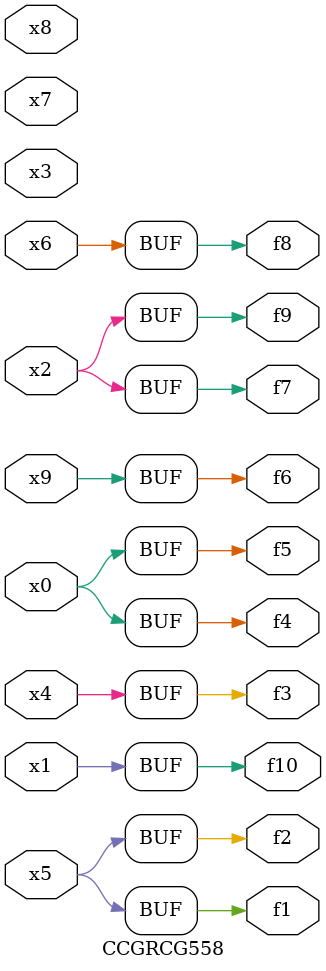
<source format=v>
module CCGRCG558(
	input x0, x1, x2, x3, x4, x5, x6, x7, x8, x9,
	output f1, f2, f3, f4, f5, f6, f7, f8, f9, f10
);
	assign f1 = x5;
	assign f2 = x5;
	assign f3 = x4;
	assign f4 = x0;
	assign f5 = x0;
	assign f6 = x9;
	assign f7 = x2;
	assign f8 = x6;
	assign f9 = x2;
	assign f10 = x1;
endmodule

</source>
